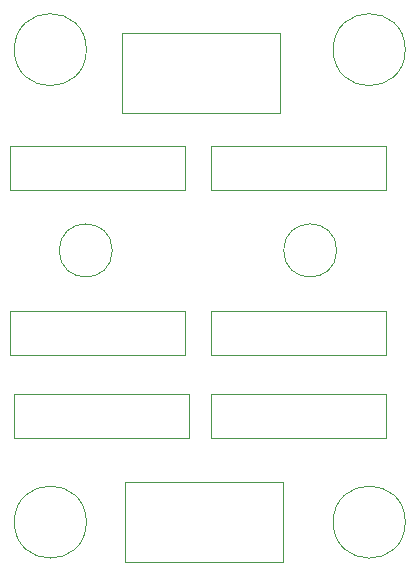
<source format=gbr>
%TF.GenerationSoftware,KiCad,Pcbnew,(6.0.6)*%
%TF.CreationDate,2022-08-24T10:35:02+01:00*%
%TF.ProjectId,board2,626f6172-6432-42e6-9b69-6361645f7063,rev?*%
%TF.SameCoordinates,Original*%
%TF.FileFunction,Other,User*%
%FSLAX46Y46*%
G04 Gerber Fmt 4.6, Leading zero omitted, Abs format (unit mm)*
G04 Created by KiCad (PCBNEW (6.0.6)) date 2022-08-24 10:35:02*
%MOMM*%
%LPD*%
G01*
G04 APERTURE LIST*
%ADD10C,0.050000*%
G04 APERTURE END LIST*
D10*
%TO.C,R1*%
X76400000Y-97150000D02*
X61600000Y-97150000D01*
X76400000Y-100850000D02*
X76400000Y-97150000D01*
X61600000Y-97150000D02*
X61600000Y-100850000D01*
X61600000Y-100850000D02*
X76400000Y-100850000D01*
%TO.C,C2*%
X72250000Y-92000000D02*
G75*
G03*
X72250000Y-92000000I-2250000J0D01*
G01*
%TO.C,J2*%
X67700000Y-118375000D02*
X67700000Y-111625000D01*
X54300000Y-118375000D02*
X67700000Y-118375000D01*
X67700000Y-111625000D02*
X54300000Y-111625000D01*
X54300000Y-111625000D02*
X54300000Y-118375000D01*
%TO.C,R2*%
X59750000Y-104150000D02*
X44950000Y-104150000D01*
X44950000Y-104150000D02*
X44950000Y-107850000D01*
X59750000Y-107850000D02*
X59750000Y-104150000D01*
X44950000Y-107850000D02*
X59750000Y-107850000D01*
%TO.C,C1*%
X53250000Y-92000000D02*
G75*
G03*
X53250000Y-92000000I-2250000J0D01*
G01*
%TO.C,R6*%
X61600000Y-83150000D02*
X61600000Y-86850000D01*
X76400000Y-86850000D02*
X76400000Y-83150000D01*
X76400000Y-83150000D02*
X61600000Y-83150000D01*
X61600000Y-86850000D02*
X76400000Y-86850000D01*
%TO.C,R3*%
X44600000Y-97150000D02*
X44600000Y-100850000D01*
X59400000Y-100850000D02*
X59400000Y-97150000D01*
X59400000Y-97150000D02*
X44600000Y-97150000D01*
X44600000Y-100850000D02*
X59400000Y-100850000D01*
%TO.C,H4*%
X78050000Y-115000000D02*
G75*
G03*
X78050000Y-115000000I-3050000J0D01*
G01*
%TO.C,H1*%
X51050000Y-75000000D02*
G75*
G03*
X51050000Y-75000000I-3050000J0D01*
G01*
%TO.C,R5*%
X44600000Y-83150000D02*
X44600000Y-86850000D01*
X44600000Y-86850000D02*
X59400000Y-86850000D01*
X59400000Y-86850000D02*
X59400000Y-83150000D01*
X59400000Y-83150000D02*
X44600000Y-83150000D01*
%TO.C,R4*%
X76400000Y-107850000D02*
X76400000Y-104150000D01*
X61600000Y-104150000D02*
X61600000Y-107850000D01*
X61600000Y-107850000D02*
X76400000Y-107850000D01*
X76400000Y-104150000D02*
X61600000Y-104150000D01*
%TO.C,H2*%
X51050000Y-115000000D02*
G75*
G03*
X51050000Y-115000000I-3050000J0D01*
G01*
%TO.C,J1*%
X67450000Y-80375000D02*
X67450000Y-73625000D01*
X54050000Y-80375000D02*
X67450000Y-80375000D01*
X54050000Y-73625000D02*
X54050000Y-80375000D01*
X67450000Y-73625000D02*
X54050000Y-73625000D01*
%TO.C,H3*%
X78050000Y-75000000D02*
G75*
G03*
X78050000Y-75000000I-3050000J0D01*
G01*
%TD*%
M02*

</source>
